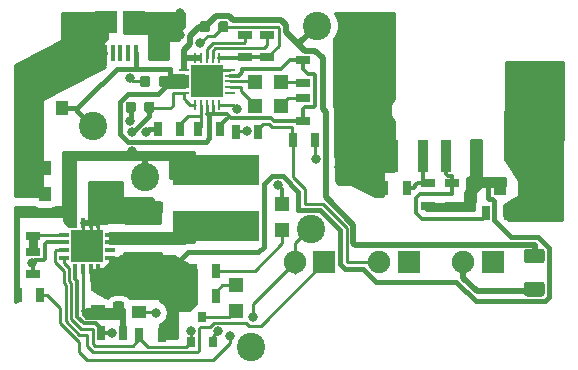
<source format=gtl>
%TF.GenerationSoftware,KiCad,Pcbnew,(5.1.8)-1*%
%TF.CreationDate,2021-04-18T19:42:35-04:00*%
%TF.ProjectId,AndrewPowerbank,416e6472-6577-4506-9f77-657262616e6b,rev?*%
%TF.SameCoordinates,Original*%
%TF.FileFunction,Copper,L1,Top*%
%TF.FilePolarity,Positive*%
%FSLAX46Y46*%
G04 Gerber Fmt 4.6, Leading zero omitted, Abs format (unit mm)*
G04 Created by KiCad (PCBNEW (5.1.8)-1) date 2021-04-18 19:42:35*
%MOMM*%
%LPD*%
G01*
G04 APERTURE LIST*
%TA.AperFunction,SMDPad,CuDef*%
%ADD10R,2.500000X5.000000*%
%TD*%
%TA.AperFunction,SMDPad,CuDef*%
%ADD11R,0.900000X2.800000*%
%TD*%
%TA.AperFunction,ComponentPad*%
%ADD12C,1.900000*%
%TD*%
%TA.AperFunction,ComponentPad*%
%ADD13R,1.900000X1.900000*%
%TD*%
%TA.AperFunction,SMDPad,CuDef*%
%ADD14R,0.700000X1.300000*%
%TD*%
%TA.AperFunction,SMDPad,CuDef*%
%ADD15R,7.315200X2.590800*%
%TD*%
%TA.AperFunction,SMDPad,CuDef*%
%ADD16R,1.300000X0.700000*%
%TD*%
%TA.AperFunction,SMDPad,CuDef*%
%ADD17R,1.000000X1.250000*%
%TD*%
%TA.AperFunction,SMDPad,CuDef*%
%ADD18R,1.250000X1.000000*%
%TD*%
%TA.AperFunction,SMDPad,CuDef*%
%ADD19R,1.200000X1.200000*%
%TD*%
%TA.AperFunction,SMDPad,CuDef*%
%ADD20R,1.900000X1.900000*%
%TD*%
%TA.AperFunction,SMDPad,CuDef*%
%ADD21R,1.450000X1.300000*%
%TD*%
%TA.AperFunction,SMDPad,CuDef*%
%ADD22R,1.600000X1.400000*%
%TD*%
%TA.AperFunction,SMDPad,CuDef*%
%ADD23R,0.400000X1.350000*%
%TD*%
%TA.AperFunction,SMDPad,CuDef*%
%ADD24R,0.800000X0.900000*%
%TD*%
%TA.AperFunction,ComponentPad*%
%ADD25C,2.400000*%
%TD*%
%TA.AperFunction,SMDPad,CuDef*%
%ADD26R,2.700000X2.700000*%
%TD*%
%TA.AperFunction,SMDPad,CuDef*%
%ADD27R,0.810000X0.260000*%
%TD*%
%TA.AperFunction,SMDPad,CuDef*%
%ADD28R,0.260000X0.810000*%
%TD*%
%TA.AperFunction,SMDPad,CuDef*%
%ADD29R,0.340000X0.810000*%
%TD*%
%TA.AperFunction,SMDPad,CuDef*%
%ADD30R,0.810000X0.340000*%
%TD*%
%TA.AperFunction,ViaPad*%
%ADD31C,0.800000*%
%TD*%
%TA.AperFunction,Conductor*%
%ADD32C,0.250000*%
%TD*%
%TA.AperFunction,Conductor*%
%ADD33C,0.340000*%
%TD*%
%TA.AperFunction,Conductor*%
%ADD34C,0.750000*%
%TD*%
%TA.AperFunction,Conductor*%
%ADD35C,0.500000*%
%TD*%
%TA.AperFunction,Conductor*%
%ADD36C,0.400000*%
%TD*%
%TA.AperFunction,Conductor*%
%ADD37C,0.200000*%
%TD*%
%TA.AperFunction,Conductor*%
%ADD38C,0.254000*%
%TD*%
%TA.AperFunction,Conductor*%
%ADD39C,0.100000*%
%TD*%
G04 APERTURE END LIST*
D10*
%TO.P,J3,S2*%
%TO.N,GND*%
X60283520Y-82326280D03*
%TO.P,J3,S1*%
X74783520Y-82326280D03*
D11*
%TO.P,J3,03*%
%TO.N,Net-(J3-Pad03)*%
X66533520Y-84576280D03*
%TO.P,J3,01*%
%TO.N,+5V*%
X71033520Y-84576280D03*
%TO.P,J3,02*%
%TO.N,Net-(J3-Pad02)*%
X68533520Y-84576280D03*
%TO.P,J3,04*%
%TO.N,GND*%
X64033520Y-84576280D03*
%TD*%
D12*
%TO.P,J1,2*%
%TO.N,/10KThermistor*%
X62879600Y-93624400D03*
D13*
%TO.P,J1,1*%
%TO.N,GND*%
X65379600Y-93624400D03*
%TD*%
D14*
%TO.P,R20,2*%
%TO.N,Net-(R20-Pad2)*%
X50739000Y-82562700D03*
%TO.P,R20,1*%
%TO.N,/10KThermistor*%
X52639000Y-82562700D03*
%TD*%
%TO.P,R19,2*%
%TO.N,GND*%
X57454840Y-83281520D03*
%TO.P,R19,1*%
%TO.N,/10KThermistor*%
X55554840Y-83281520D03*
%TD*%
D15*
%TO.P,L1,1*%
%TO.N,Net-(L1-Pad1)*%
X49022000Y-90513400D03*
%TO.P,L1,2*%
%TO.N,+BATT*%
X49022000Y-85813400D03*
%TD*%
D16*
%TO.P,R7,1*%
%TO.N,Net-(R7-Pad1)*%
X33528000Y-91374000D03*
%TO.P,R7,2*%
%TO.N,+BATT*%
X33528000Y-89474000D03*
%TD*%
%TO.P,R13,1*%
%TO.N,Net-(R13-Pad1)*%
X51485800Y-74361000D03*
%TO.P,R13,2*%
%TO.N,GND*%
X51485800Y-76261000D03*
%TD*%
D12*
%TO.P,J5,2*%
%TO.N,Net-(J5-Pad2)*%
X55716800Y-93624400D03*
D13*
%TO.P,J5,1*%
%TO.N,Net-(J5-Pad1)*%
X58216800Y-93624400D03*
%TD*%
D12*
%TO.P,J2,2*%
%TO.N,Net-(F1-Pad1)*%
X69991600Y-93624400D03*
D13*
%TO.P,J2,1*%
%TO.N,GND*%
X72491600Y-93624400D03*
%TD*%
%TO.P,C7,1*%
%TO.N,+BATT*%
%TA.AperFunction,SMDPad,CuDef*%
G36*
G01*
X43838580Y-80238890D02*
X43838580Y-80751390D01*
G75*
G02*
X43619830Y-80970140I-218750J0D01*
G01*
X43182330Y-80970140D01*
G75*
G02*
X42963580Y-80751390I0J218750D01*
G01*
X42963580Y-80238890D01*
G75*
G02*
X43182330Y-80020140I218750J0D01*
G01*
X43619830Y-80020140D01*
G75*
G02*
X43838580Y-80238890I0J-218750D01*
G01*
G37*
%TD.AperFunction*%
%TO.P,C7,2*%
%TO.N,GND*%
%TA.AperFunction,SMDPad,CuDef*%
G36*
G01*
X42263580Y-80238890D02*
X42263580Y-80751390D01*
G75*
G02*
X42044830Y-80970140I-218750J0D01*
G01*
X41607330Y-80970140D01*
G75*
G02*
X41388580Y-80751390I0J218750D01*
G01*
X41388580Y-80238890D01*
G75*
G02*
X41607330Y-80020140I218750J0D01*
G01*
X42044830Y-80020140D01*
G75*
G02*
X42263580Y-80238890I0J-218750D01*
G01*
G37*
%TD.AperFunction*%
%TD*%
D17*
%TO.P,C1,1*%
%TO.N,+5V*%
X73112120Y-87330280D03*
%TO.P,C1,2*%
%TO.N,GND*%
X75112120Y-87330280D03*
%TD*%
%TO.P,C2,2*%
%TO.N,VBUS*%
X36013900Y-80568800D03*
%TO.P,C2,1*%
%TO.N,GND*%
X34013900Y-80568800D03*
%TD*%
%TO.P,C3,1*%
%TO.N,/Battery+*%
%TA.AperFunction,SMDPad,CuDef*%
G36*
G01*
X47649680Y-73928950D02*
X47649680Y-73416450D01*
G75*
G02*
X47868430Y-73197700I218750J0D01*
G01*
X48305930Y-73197700D01*
G75*
G02*
X48524680Y-73416450I0J-218750D01*
G01*
X48524680Y-73928950D01*
G75*
G02*
X48305930Y-74147700I-218750J0D01*
G01*
X47868430Y-74147700D01*
G75*
G02*
X47649680Y-73928950I0J218750D01*
G01*
G37*
%TD.AperFunction*%
%TO.P,C3,2*%
%TO.N,GND*%
%TA.AperFunction,SMDPad,CuDef*%
G36*
G01*
X49224680Y-73928950D02*
X49224680Y-73416450D01*
G75*
G02*
X49443430Y-73197700I218750J0D01*
G01*
X49880930Y-73197700D01*
G75*
G02*
X50099680Y-73416450I0J-218750D01*
G01*
X50099680Y-73928950D01*
G75*
G02*
X49880930Y-74147700I-218750J0D01*
G01*
X49443430Y-74147700D01*
G75*
G02*
X49224680Y-73928950I0J218750D01*
G01*
G37*
%TD.AperFunction*%
%TD*%
%TO.P,C4,2*%
%TO.N,GND*%
X34534600Y-87833200D03*
%TO.P,C4,1*%
%TO.N,+BATT*%
X36534600Y-87833200D03*
%TD*%
%TO.P,C5,2*%
%TO.N,GND*%
%TA.AperFunction,SMDPad,CuDef*%
G36*
G01*
X43477700Y-78051950D02*
X43477700Y-78564450D01*
G75*
G02*
X43258950Y-78783200I-218750J0D01*
G01*
X42821450Y-78783200D01*
G75*
G02*
X42602700Y-78564450I0J218750D01*
G01*
X42602700Y-78051950D01*
G75*
G02*
X42821450Y-77833200I218750J0D01*
G01*
X43258950Y-77833200D01*
G75*
G02*
X43477700Y-78051950I0J-218750D01*
G01*
G37*
%TD.AperFunction*%
%TO.P,C5,1*%
%TO.N,VBUS*%
%TA.AperFunction,SMDPad,CuDef*%
G36*
G01*
X45052700Y-78051950D02*
X45052700Y-78564450D01*
G75*
G02*
X44833950Y-78783200I-218750J0D01*
G01*
X44396450Y-78783200D01*
G75*
G02*
X44177700Y-78564450I0J218750D01*
G01*
X44177700Y-78051950D01*
G75*
G02*
X44396450Y-77833200I218750J0D01*
G01*
X44833950Y-77833200D01*
G75*
G02*
X45052700Y-78051950I0J-218750D01*
G01*
G37*
%TD.AperFunction*%
%TD*%
%TO.P,C6,1*%
%TO.N,+BATT*%
X36560000Y-85674200D03*
%TO.P,C6,2*%
%TO.N,GND*%
X34560000Y-85674200D03*
%TD*%
%TO.P,C8,2*%
%TO.N,Net-(C8-Pad2)*%
%TA.AperFunction,SMDPad,CuDef*%
G36*
G01*
X40536150Y-96920800D02*
X41048650Y-96920800D01*
G75*
G02*
X41267400Y-97139550I0J-218750D01*
G01*
X41267400Y-97577050D01*
G75*
G02*
X41048650Y-97795800I-218750J0D01*
G01*
X40536150Y-97795800D01*
G75*
G02*
X40317400Y-97577050I0J218750D01*
G01*
X40317400Y-97139550D01*
G75*
G02*
X40536150Y-96920800I218750J0D01*
G01*
G37*
%TD.AperFunction*%
%TO.P,C8,1*%
%TO.N,+5V*%
%TA.AperFunction,SMDPad,CuDef*%
G36*
G01*
X40536150Y-95345800D02*
X41048650Y-95345800D01*
G75*
G02*
X41267400Y-95564550I0J-218750D01*
G01*
X41267400Y-96002050D01*
G75*
G02*
X41048650Y-96220800I-218750J0D01*
G01*
X40536150Y-96220800D01*
G75*
G02*
X40317400Y-96002050I0J218750D01*
G01*
X40317400Y-95564550D01*
G75*
G02*
X40536150Y-95345800I218750J0D01*
G01*
G37*
%TD.AperFunction*%
%TD*%
D18*
%TO.P,C9,1*%
%TO.N,+5V*%
X42519600Y-95859600D03*
%TO.P,C9,2*%
%TO.N,GND*%
X42519600Y-97859600D03*
%TD*%
%TO.P,C10,2*%
%TO.N,+5V*%
%TA.AperFunction,SMDPad,CuDef*%
G36*
G01*
X41425198Y-92710200D02*
X44325202Y-92710200D01*
G75*
G02*
X44575200Y-92960198I0J-249998D01*
G01*
X44575200Y-93585202D01*
G75*
G02*
X44325202Y-93835200I-249998J0D01*
G01*
X41425198Y-93835200D01*
G75*
G02*
X41175200Y-93585202I0J249998D01*
G01*
X41175200Y-92960198D01*
G75*
G02*
X41425198Y-92710200I249998J0D01*
G01*
G37*
%TD.AperFunction*%
%TO.P,C10,1*%
%TO.N,GND*%
%TA.AperFunction,SMDPad,CuDef*%
G36*
G01*
X41425198Y-88435200D02*
X44325202Y-88435200D01*
G75*
G02*
X44575200Y-88685198I0J-249998D01*
G01*
X44575200Y-89310202D01*
G75*
G02*
X44325202Y-89560200I-249998J0D01*
G01*
X41425198Y-89560200D01*
G75*
G02*
X41175200Y-89310202I0J249998D01*
G01*
X41175200Y-88685198D01*
G75*
G02*
X41425198Y-88435200I249998J0D01*
G01*
G37*
%TD.AperFunction*%
%TD*%
D19*
%TO.P,D1,2*%
%TO.N,Net-(D1-Pad2)*%
X54541600Y-78333600D03*
%TO.P,D1,1*%
%TO.N,Net-(D1-Pad1)*%
X52341600Y-78333600D03*
%TD*%
%TO.P,D2,2*%
%TO.N,Net-(D2-Pad2)*%
X54528900Y-80352900D03*
%TO.P,D2,1*%
%TO.N,Net-(D2-Pad1)*%
X52328900Y-80352900D03*
%TD*%
%TO.P,D3,1*%
%TO.N,Net-(D3-Pad1)*%
X50698400Y-97747000D03*
%TO.P,D3,2*%
%TO.N,Net-(D3-Pad2)*%
X50698400Y-95547000D03*
%TD*%
%TO.P,D4,1*%
%TO.N,GND*%
X54660800Y-88689000D03*
%TO.P,D4,2*%
%TO.N,Net-(D4-Pad2)*%
X54660800Y-90889000D03*
%TD*%
%TO.P,F1,1*%
%TO.N,Net-(F1-Pad1)*%
%TA.AperFunction,SMDPad,CuDef*%
G36*
G01*
X76621800Y-96513000D02*
X75371800Y-96513000D01*
G75*
G02*
X75121800Y-96263000I0J250000D01*
G01*
X75121800Y-95513000D01*
G75*
G02*
X75371800Y-95263000I250000J0D01*
G01*
X76621800Y-95263000D01*
G75*
G02*
X76871800Y-95513000I0J-250000D01*
G01*
X76871800Y-96263000D01*
G75*
G02*
X76621800Y-96513000I-250000J0D01*
G01*
G37*
%TD.AperFunction*%
%TO.P,F1,2*%
%TO.N,/Battery+*%
%TA.AperFunction,SMDPad,CuDef*%
G36*
G01*
X76621800Y-93713000D02*
X75371800Y-93713000D01*
G75*
G02*
X75121800Y-93463000I0J250000D01*
G01*
X75121800Y-92713000D01*
G75*
G02*
X75371800Y-92463000I250000J0D01*
G01*
X76621800Y-92463000D01*
G75*
G02*
X76871800Y-92713000I0J-250000D01*
G01*
X76871800Y-93463000D01*
G75*
G02*
X76621800Y-93713000I-250000J0D01*
G01*
G37*
%TD.AperFunction*%
%TD*%
D20*
%TO.P,J4,11*%
%TO.N,GND*%
X39744800Y-73253600D03*
%TO.P,J4,10*%
X42144800Y-73253600D03*
D21*
%TO.P,J4,9*%
X44369800Y-73253600D03*
%TO.P,J4,8*%
X37519800Y-73253600D03*
D22*
%TO.P,J4,7*%
X37744800Y-75703600D03*
%TO.P,J4,6*%
X44144800Y-75703600D03*
D23*
%TO.P,J4,5*%
X39644800Y-75928600D03*
%TO.P,J4,4*%
%TO.N,Net-(J4-Pad4)*%
X40294800Y-75928600D03*
%TO.P,J4,3*%
%TO.N,Net-(J4-Pad3)*%
X40944800Y-75928600D03*
%TO.P,J4,2*%
%TO.N,Net-(J4-Pad2)*%
X41594800Y-75928600D03*
%TO.P,J4,1*%
%TO.N,VBUS*%
X42244800Y-75928600D03*
%TD*%
D24*
%TO.P,Q1,1*%
%TO.N,Net-(Q1-Pad1)*%
X46903600Y-100364000D03*
%TO.P,Q1,2*%
%TO.N,GND*%
X48803600Y-100364000D03*
%TO.P,Q1,3*%
%TO.N,Net-(D3-Pad1)*%
X47853600Y-98264000D03*
%TD*%
D16*
%TO.P,R1,2*%
%TO.N,Net-(J3-Pad03)*%
X67000120Y-86913680D03*
%TO.P,R1,1*%
%TO.N,+5V*%
X67000120Y-88813680D03*
%TD*%
D14*
%TO.P,R2,1*%
%TO.N,Net-(J3-Pad03)*%
X65206920Y-87330280D03*
%TO.P,R2,2*%
%TO.N,GND*%
X63306920Y-87330280D03*
%TD*%
D16*
%TO.P,R3,2*%
%TO.N,+5V*%
X69006720Y-88813680D03*
%TO.P,R3,1*%
%TO.N,Net-(J3-Pad02)*%
X69006720Y-86913680D03*
%TD*%
D14*
%TO.P,R4,1*%
%TO.N,GND*%
X73766720Y-89438480D03*
%TO.P,R4,2*%
%TO.N,Net-(J3-Pad02)*%
X71866720Y-89438480D03*
%TD*%
%TO.P,R5,2*%
%TO.N,VBUS*%
X49425900Y-82372200D03*
%TO.P,R5,1*%
%TO.N,Net-(R5-Pad1)*%
X47525900Y-82372200D03*
%TD*%
%TO.P,R6,1*%
%TO.N,GND*%
X44114720Y-82362040D03*
%TO.P,R6,2*%
%TO.N,Net-(R5-Pad1)*%
X46014720Y-82362040D03*
%TD*%
D16*
%TO.P,R8,2*%
%TO.N,GND*%
X33528000Y-94625200D03*
%TO.P,R8,1*%
%TO.N,Net-(R7-Pad1)*%
X33528000Y-92725200D03*
%TD*%
D14*
%TO.P,R9,1*%
%TO.N,Net-(J5-Pad2)*%
X34173200Y-96393000D03*
%TO.P,R9,2*%
%TO.N,+BATT*%
X32273200Y-96393000D03*
%TD*%
D16*
%TO.P,R10,1*%
%TO.N,Net-(R10-Pad1)*%
X53403500Y-74361000D03*
%TO.P,R10,2*%
%TO.N,GND*%
X53403500Y-76261000D03*
%TD*%
%TO.P,R11,2*%
%TO.N,Net-(D1-Pad2)*%
X56426100Y-78394600D03*
%TO.P,R11,1*%
%TO.N,VBUS*%
X56426100Y-76494600D03*
%TD*%
%TO.P,R12,2*%
%TO.N,Net-(D2-Pad2)*%
X56413400Y-79745800D03*
%TO.P,R12,1*%
%TO.N,VBUS*%
X56413400Y-81645800D03*
%TD*%
%TO.P,R14,2*%
%TO.N,Net-(C8-Pad2)*%
X39014400Y-97571600D03*
%TO.P,R14,1*%
%TO.N,+5V*%
X39014400Y-95671600D03*
%TD*%
D14*
%TO.P,R15,2*%
%TO.N,Net-(C8-Pad2)*%
X41183600Y-99618800D03*
%TO.P,R15,1*%
%TO.N,GND*%
X39283600Y-99618800D03*
%TD*%
%TO.P,R16,1*%
%TO.N,+5V*%
X47106800Y-96469200D03*
%TO.P,R16,2*%
%TO.N,Net-(D3-Pad2)*%
X49006800Y-96469200D03*
%TD*%
%TO.P,R17,1*%
%TO.N,+5V*%
X44460200Y-99771200D03*
%TO.P,R17,2*%
%TO.N,Net-(Q1-Pad1)*%
X42560200Y-99771200D03*
%TD*%
%TO.P,R18,2*%
%TO.N,Net-(D4-Pad2)*%
X49006800Y-94335600D03*
%TO.P,R18,1*%
%TO.N,+5V*%
X47106800Y-94335600D03*
%TD*%
D25*
%TO.P,TP1,1*%
%TO.N,VBUS*%
X38623240Y-82113120D03*
%TD*%
%TO.P,TP2,1*%
%TO.N,/Battery+*%
X57594500Y-73571100D03*
%TD*%
%TO.P,TP3,1*%
%TO.N,+BATT*%
X43014900Y-86372700D03*
%TD*%
%TO.P,TP4,1*%
%TO.N,Net-(J5-Pad2)*%
X57099200Y-90792300D03*
%TD*%
%TO.P,TP5,1*%
%TO.N,Net-(Q1-Pad1)*%
X52044600Y-100787200D03*
%TD*%
D26*
%TO.P,U1,21*%
%TO.N,Net-(U1-Pad10)*%
X48260000Y-78308200D03*
D27*
%TO.P,U1,20*%
%TO.N,+BATT*%
X46305000Y-79308200D03*
%TO.P,U1,19*%
%TO.N,VBUS*%
X46305000Y-78808200D03*
%TO.P,U1,18*%
X46305000Y-78308200D03*
%TO.P,U1,17*%
X46305000Y-77808200D03*
%TO.P,U1,16*%
%TO.N,/Battery+*%
X46305000Y-77308200D03*
D28*
%TO.P,U1,15*%
X47260000Y-76353200D03*
%TO.P,U1,14*%
X47760000Y-76353200D03*
%TO.P,U1,13*%
%TO.N,Net-(R13-Pad1)*%
X48260000Y-76353200D03*
%TO.P,U1,12*%
%TO.N,Net-(R10-Pad1)*%
X48760000Y-76353200D03*
%TO.P,U1,11*%
%TO.N,GND*%
X49260000Y-76353200D03*
D27*
%TO.P,U1,10*%
%TO.N,Net-(U1-Pad10)*%
X50215000Y-77308200D03*
%TO.P,U1,9*%
%TO.N,VBUS*%
X50215000Y-77808200D03*
%TO.P,U1,8*%
%TO.N,Net-(D1-Pad1)*%
X50215000Y-78308200D03*
%TO.P,U1,7*%
%TO.N,Net-(D2-Pad1)*%
X50215000Y-78808200D03*
%TO.P,U1,6*%
%TO.N,Net-(U1-Pad6)*%
X50215000Y-79308200D03*
D28*
%TO.P,U1,5*%
%TO.N,Net-(R20-Pad2)*%
X49260000Y-80263200D03*
%TO.P,U1,4*%
%TO.N,VBUS*%
X48760000Y-80263200D03*
%TO.P,U1,3*%
X48260000Y-80263200D03*
%TO.P,U1,2*%
%TO.N,Net-(R5-Pad1)*%
X47760000Y-80263200D03*
%TO.P,U1,1*%
%TO.N,+BATT*%
X47260000Y-80263200D03*
%TD*%
D26*
%TO.P,U2,17*%
%TO.N,GND*%
X38100000Y-92252800D03*
D29*
%TO.P,U2,16*%
%TO.N,+5V*%
X39075000Y-94207800D03*
%TO.P,U2,15*%
X38425000Y-94207800D03*
%TO.P,U2,14*%
%TO.N,Net-(C8-Pad2)*%
X37775000Y-94207800D03*
%TO.P,U2,13*%
%TO.N,GND*%
X37125000Y-94207800D03*
D30*
%TO.P,U2,12*%
%TO.N,Net-(Q1-Pad1)*%
X36145000Y-93227800D03*
%TO.P,U2,11*%
%TO.N,Net-(J5-Pad1)*%
X36145000Y-92577800D03*
%TO.P,U2,10*%
%TO.N,GND*%
X36145000Y-91927800D03*
%TO.P,U2,9*%
%TO.N,Net-(R7-Pad1)*%
X36145000Y-91277800D03*
D29*
%TO.P,U2,8*%
%TO.N,+BATT*%
X37125000Y-90297800D03*
%TO.P,U2,7*%
%TO.N,GND*%
X37775000Y-90297800D03*
%TO.P,U2,6*%
X38425000Y-90297800D03*
%TO.P,U2,5*%
X39075000Y-90297800D03*
D30*
%TO.P,U2,4*%
%TO.N,Net-(L1-Pad1)*%
X40055000Y-91277800D03*
%TO.P,U2,3*%
X40055000Y-91927800D03*
%TO.P,U2,2*%
%TO.N,N/C*%
X40055000Y-92577800D03*
%TO.P,U2,1*%
%TO.N,+5V*%
X40055000Y-93227800D03*
%TD*%
D31*
%TO.N,GND*%
X35915600Y-76784200D03*
X35915600Y-75666600D03*
X61742320Y-86822280D03*
X40233600Y-99618800D03*
X32689800Y-87579200D03*
X32689800Y-85521800D03*
X45961300Y-74409300D03*
X45961300Y-72504300D03*
X45961300Y-73469500D03*
X62783720Y-80370680D03*
X63672720Y-82301080D03*
X77566520Y-80980280D03*
X77617320Y-87177880D03*
X77617320Y-89336880D03*
X33502600Y-93675202D03*
X54305200Y-87096600D03*
X43942000Y-97891600D03*
X49199800Y-99454800D03*
X41757127Y-78011400D03*
X57472843Y-84881720D03*
X59441080Y-85509100D03*
X32788860Y-80566260D03*
X47714169Y-75084616D03*
X41798240Y-81627980D03*
X43133727Y-82607867D03*
X39075000Y-87620200D03*
%TO.N,+BATT*%
X41920696Y-82622201D03*
X41924539Y-84222201D03*
%TO.N,Net-(Q1-Pad1)*%
X46903601Y-99415600D03*
%TO.N,Net-(J5-Pad2)*%
X50241200Y-99847400D03*
X52171600Y-98258800D03*
%TO.N,Net-(R20-Pad2)*%
X50850800Y-80653701D03*
X51688998Y-82461100D03*
%TD*%
D32*
%TO.N,+5V*%
X39075000Y-95417900D02*
X38862000Y-95630900D01*
X39075000Y-94207800D02*
X39075000Y-95417900D01*
X38425000Y-95193900D02*
X38862000Y-95630900D01*
X38425000Y-94207800D02*
X38425000Y-95193900D01*
X39495000Y-94207800D02*
X39075000Y-94207800D01*
X40055000Y-93647800D02*
X39495000Y-94207800D01*
X40055000Y-93227800D02*
X40055000Y-93647800D01*
X40055000Y-93227800D02*
X40935000Y-93227800D01*
X40055000Y-93227800D02*
X40055000Y-94157000D01*
X40055000Y-94157000D02*
X40690800Y-94792800D01*
X40690800Y-94792800D02*
X40894000Y-94792800D01*
D33*
X40979900Y-93272700D02*
X40935000Y-93227800D01*
X43230800Y-93272700D02*
X40979900Y-93272700D01*
X40894000Y-94792800D02*
X41452800Y-94792800D01*
X40894000Y-95681700D02*
X40792400Y-95783300D01*
X40894000Y-94792800D02*
X40894000Y-95681700D01*
D32*
X47106800Y-97028000D02*
X46986100Y-97028000D01*
D33*
X40979900Y-93272700D02*
X40979900Y-94396100D01*
D32*
X43230800Y-93272700D02*
X41736100Y-93272700D01*
X41736100Y-93272700D02*
X41554400Y-93091000D01*
X41071800Y-93091000D02*
X40935000Y-93227800D01*
X41554400Y-93091000D02*
X41071800Y-93091000D01*
X43230800Y-93272700D02*
X44700100Y-93272700D01*
X44700100Y-93272700D02*
X44881800Y-93091000D01*
X44881800Y-93091000D02*
X45466000Y-93091000D01*
D34*
X71033520Y-86563080D02*
X71033520Y-84576280D01*
X71200520Y-86730080D02*
X71033520Y-86563080D01*
D33*
X73112120Y-87330280D02*
X73112120Y-87066880D01*
X73112120Y-87066880D02*
X72608320Y-86563080D01*
D35*
X45694600Y-94462600D02*
X45694600Y-93497400D01*
X45694600Y-93497400D02*
X45948600Y-93497400D01*
D33*
X71033520Y-84576280D02*
X71033520Y-83718280D01*
D35*
X71033520Y-84576280D02*
X71033520Y-86763980D01*
D33*
X72608320Y-86563080D02*
X72108180Y-86563080D01*
X72108180Y-86563080D02*
X71033520Y-86563080D01*
D36*
X56019501Y-87626899D02*
X54689201Y-86296599D01*
X56019501Y-89192299D02*
X56019501Y-87626899D01*
X57867201Y-89192299D02*
X56019501Y-89192299D01*
X53079601Y-92309999D02*
X52641500Y-92748100D01*
X54689201Y-86296599D02*
X53797101Y-86296599D01*
X59575700Y-90900798D02*
X57867201Y-89192299D01*
X46697900Y-92748100D02*
X45948600Y-93497400D01*
X59575700Y-93776800D02*
X59575700Y-90900798D01*
X59948309Y-94149409D02*
X59575700Y-93776800D01*
X61477389Y-94149409D02*
X59948309Y-94149409D01*
X72108180Y-86563080D02*
X72108180Y-88199080D01*
X72108180Y-88199080D02*
X72184260Y-88275160D01*
X72184260Y-88275160D02*
X72423402Y-88275160D01*
X52641500Y-92748100D02*
X46697900Y-92748100D01*
X72616721Y-90051281D02*
X74053930Y-91488490D01*
X72423402Y-88275160D02*
X72616721Y-88468479D01*
X53079601Y-87014099D02*
X53079601Y-92309999D01*
X72616721Y-88468479D02*
X72616721Y-90051281D01*
X74053930Y-91488490D02*
X76329542Y-91488490D01*
X76329542Y-91488490D02*
X77271810Y-92430758D01*
X62570360Y-95242380D02*
X61477389Y-94149409D01*
X77271810Y-92430758D02*
X77271810Y-96532246D01*
X53797101Y-86296599D02*
X53079601Y-87014099D01*
X76891046Y-96913010D02*
X71017456Y-96913010D01*
X77271810Y-96532246D02*
X76891046Y-96913010D01*
X71017456Y-96913010D02*
X69346826Y-95242380D01*
X69346826Y-95242380D02*
X62570360Y-95242380D01*
D32*
%TO.N,GND*%
X38425000Y-90297800D02*
X38425000Y-87355800D01*
X39075000Y-87620200D02*
X39075000Y-87620200D01*
X39075000Y-90297800D02*
X39075000Y-87620200D01*
X37125000Y-93227800D02*
X38100000Y-92252800D01*
X38100000Y-92252800D02*
X38100000Y-91694000D01*
X38100000Y-91694000D02*
X38425000Y-91369000D01*
D35*
X64033520Y-84576280D02*
X62159520Y-84576280D01*
X62159520Y-84576280D02*
X62159520Y-82515080D01*
X61970720Y-82326280D02*
X60283520Y-82326280D01*
X62159520Y-82515080D02*
X61970720Y-82326280D01*
D32*
X44144800Y-73478600D02*
X44369800Y-73253600D01*
X37519800Y-75478600D02*
X37744800Y-75703600D01*
D34*
X37519800Y-73253600D02*
X37519800Y-75478600D01*
D32*
X37969800Y-75928600D02*
X37744800Y-75703600D01*
D34*
X39470200Y-75928600D02*
X37795200Y-75928600D01*
D32*
X37744800Y-77063200D02*
X36525200Y-78282800D01*
X37744800Y-75703600D02*
X37744800Y-77063200D01*
X39644800Y-75928600D02*
X39644800Y-76941200D01*
X39086000Y-76941200D02*
X39196800Y-76941200D01*
X39086000Y-76941200D02*
X38730400Y-76941200D01*
X39492400Y-76941200D02*
X39166800Y-77266800D01*
X39644800Y-76941200D02*
X39492400Y-76941200D01*
X39492400Y-76941200D02*
X39086000Y-76941200D01*
X64033520Y-84576280D02*
X62972320Y-84576280D01*
X62453520Y-85095080D02*
X62453520Y-85349080D01*
X62972320Y-84576280D02*
X62453520Y-85095080D01*
X39075000Y-91277800D02*
X38100000Y-92252800D01*
X39075000Y-90297800D02*
X39075000Y-91277800D01*
X38425000Y-91927800D02*
X38100000Y-92252800D01*
X38425000Y-90297800D02*
X38425000Y-91927800D01*
X37775000Y-91927800D02*
X38100000Y-92252800D01*
X37775000Y-90297800D02*
X37775000Y-91927800D01*
D33*
X43230800Y-88997700D02*
X40382100Y-88997700D01*
X39776400Y-88392000D02*
X39776400Y-86918800D01*
X40382100Y-88997700D02*
X39776400Y-88392000D01*
D34*
X74783520Y-82326280D02*
X74783520Y-83302680D01*
X74783520Y-82326280D02*
X74783520Y-83404280D01*
D32*
X39075000Y-90297800D02*
X39801000Y-90297800D01*
D35*
X37775000Y-90297800D02*
X39075000Y-90297800D01*
D33*
X39075000Y-88534600D02*
X40690800Y-86918800D01*
X39075000Y-90297800D02*
X39075000Y-88534600D01*
D35*
X62453520Y-86476880D02*
X63306920Y-87330280D01*
X62453520Y-85349080D02*
X62453520Y-86476880D01*
D33*
X39283600Y-99618800D02*
X40233600Y-99618800D01*
D32*
X39446200Y-99502000D02*
X39227800Y-99720400D01*
D35*
X42519600Y-97859600D02*
X42475400Y-97859600D01*
D33*
X33883600Y-94625200D02*
X33538200Y-94625200D01*
X33538200Y-94625200D02*
X33375600Y-94462600D01*
X33528000Y-93700602D02*
X33502600Y-93675202D01*
X33528000Y-94625200D02*
X33528000Y-93700602D01*
X33732601Y-93445201D02*
X33502600Y-93675202D01*
X34474001Y-93445201D02*
X33732601Y-93445201D01*
X34548001Y-93371201D02*
X34474001Y-93445201D01*
X34548001Y-92096399D02*
X34548001Y-93371201D01*
X34716600Y-91927800D02*
X34548001Y-92096399D01*
X36145000Y-91927800D02*
X34716600Y-91927800D01*
X42519600Y-97859600D02*
X42500800Y-97859600D01*
X54660800Y-87452200D02*
X54305200Y-87096600D01*
X54660800Y-88689000D02*
X54660800Y-87452200D01*
X39283600Y-99405400D02*
X39283600Y-99618800D01*
X42519600Y-97859600D02*
X42373800Y-97859600D01*
D32*
X43910000Y-97859600D02*
X43942000Y-97891600D01*
X42519600Y-97859600D02*
X43910000Y-97859600D01*
D33*
X39283600Y-99227600D02*
X39283600Y-99618800D01*
X38849010Y-98793010D02*
X39283600Y-99227600D01*
X37844161Y-98793010D02*
X38849010Y-98793010D01*
X37125000Y-95011601D02*
X37279990Y-95166591D01*
X37259790Y-98208639D02*
X37844161Y-98793010D01*
X37259790Y-95186791D02*
X37259790Y-98208639D01*
X37279990Y-95166591D02*
X37259790Y-95186791D01*
X37125000Y-94207800D02*
X37125000Y-95011601D01*
D32*
X48803600Y-99851000D02*
X49199800Y-99454800D01*
X48803600Y-100364000D02*
X48803600Y-99851000D01*
D34*
X32842200Y-85674200D02*
X32689800Y-85521800D01*
X34560000Y-85674200D02*
X32842200Y-85674200D01*
D32*
X32943800Y-87833200D02*
X32689800Y-87579200D01*
X34534600Y-87833200D02*
X32943800Y-87833200D01*
X37707800Y-75666600D02*
X37744800Y-75703600D01*
X35915600Y-75666600D02*
X37707800Y-75666600D01*
X36525200Y-78282800D02*
X35052000Y-78282800D01*
X34013900Y-79320900D02*
X34013900Y-80568800D01*
X35052000Y-78282800D02*
X34013900Y-79320900D01*
D33*
X51393600Y-76353200D02*
X51485800Y-76261000D01*
X49260000Y-76353200D02*
X51393600Y-76353200D01*
X51485800Y-76261000D02*
X53403500Y-76261000D01*
D32*
X53403500Y-76261000D02*
X54378501Y-75285999D01*
X54378501Y-73750999D02*
X54313501Y-73685999D01*
X54313501Y-73685999D02*
X50072961Y-73685999D01*
X54378501Y-75285999D02*
X54378501Y-73750999D01*
X57454840Y-83281520D02*
X57454840Y-84475280D01*
X44114720Y-82362040D02*
X44114720Y-81970880D01*
X42053927Y-78308200D02*
X41757127Y-78011400D01*
X43040200Y-78308200D02*
X42053927Y-78308200D01*
X57454840Y-84863717D02*
X57472843Y-84881720D01*
X57454840Y-84475280D02*
X57454840Y-84863717D01*
X45961300Y-72504300D02*
X45961300Y-73469500D01*
X48326075Y-74472710D02*
X47714169Y-75084616D01*
X48862170Y-74472710D02*
X48326075Y-74472710D01*
X49662180Y-73672700D02*
X48862170Y-74472710D01*
D36*
X43379554Y-82362040D02*
X43133727Y-82607867D01*
X44114720Y-82362040D02*
X43379554Y-82362040D01*
X41826080Y-81600140D02*
X41798240Y-81627980D01*
X41826080Y-80495140D02*
X41826080Y-81600140D01*
D32*
X39075000Y-87620200D02*
X39776400Y-86918800D01*
%TO.N,VBUS*%
X45516800Y-78701900D02*
X45986700Y-78701900D01*
X45173900Y-78714600D02*
X45643800Y-78714600D01*
X48760000Y-80263200D02*
X48760000Y-81059400D01*
X48260000Y-80263200D02*
X48260000Y-81051400D01*
D36*
X42244800Y-75928600D02*
X42244800Y-77211400D01*
D33*
X46305000Y-78808200D02*
X46305000Y-78308200D01*
X46305000Y-78308200D02*
X46305000Y-77808200D01*
D36*
X42244800Y-77211400D02*
X40644600Y-77211400D01*
X37287200Y-80568800D02*
X36013900Y-80568800D01*
X40644600Y-77211400D02*
X38042850Y-79813150D01*
X42244800Y-77211400D02*
X45143900Y-77211400D01*
D33*
X51231800Y-77536400D02*
X51231800Y-77279500D01*
X50960000Y-77808200D02*
X51231800Y-77536400D01*
X50215000Y-77808200D02*
X50960000Y-77808200D01*
X49949100Y-81051400D02*
X48752000Y-81051400D01*
X50203100Y-81305400D02*
X50126900Y-81305400D01*
X50203100Y-81305400D02*
X49949100Y-81051400D01*
X49425900Y-82006400D02*
X49425900Y-82372200D01*
X50126900Y-81305400D02*
X49425900Y-82006400D01*
X56426100Y-77292200D02*
X56808499Y-77674599D01*
X56426100Y-76494600D02*
X56426100Y-77292200D01*
X57446101Y-80379101D02*
X57359401Y-80465801D01*
X57446101Y-77748599D02*
X57446101Y-80379101D01*
X57372101Y-77674599D02*
X57446101Y-77748599D01*
X56808499Y-77674599D02*
X57372101Y-77674599D01*
X57359401Y-80465801D02*
X56579899Y-80465801D01*
X56413400Y-80632300D02*
X56413400Y-81645800D01*
X56579899Y-80465801D02*
X56413400Y-80632300D01*
X50321401Y-81423701D02*
X50203100Y-81305400D01*
X53733699Y-81423701D02*
X50321401Y-81423701D01*
X53955798Y-81645800D02*
X53733699Y-81423701D01*
X56413400Y-81645800D02*
X53955798Y-81645800D01*
D32*
X45115200Y-77808200D02*
X44615200Y-78308200D01*
X46305000Y-77808200D02*
X45115200Y-77808200D01*
X45115200Y-78808200D02*
X44615200Y-78308200D01*
X46462100Y-78651100D02*
X46305000Y-78808200D01*
X46584999Y-78651100D02*
X46462100Y-78651100D01*
X46584999Y-77966699D02*
X46584999Y-78651100D01*
X46426500Y-77808200D02*
X46584999Y-77966699D01*
X46305000Y-77808200D02*
X46426500Y-77808200D01*
D33*
X51231800Y-77279500D02*
X54521100Y-77279500D01*
X55306000Y-76494600D02*
X56426100Y-76494600D01*
X54521100Y-77279500D02*
X55306000Y-76494600D01*
D36*
X45143900Y-78087700D02*
X45364400Y-78308200D01*
D34*
X45364400Y-78308200D02*
X46305000Y-78308200D01*
X44615200Y-78308200D02*
X45364400Y-78308200D01*
D33*
X48260000Y-81051400D02*
X48488600Y-81051400D01*
X48488600Y-81051400D02*
X48752000Y-81051400D01*
D36*
X45222160Y-78308200D02*
X45364400Y-78308200D01*
D33*
X45115200Y-78808200D02*
X46305000Y-78808200D01*
X44722160Y-78808200D02*
X44429680Y-79100680D01*
D36*
X44429680Y-79100680D02*
X45222160Y-78308200D01*
D33*
X45115200Y-78808200D02*
X44722160Y-78808200D01*
X46025500Y-78087700D02*
X46305000Y-77808200D01*
X45143900Y-78087700D02*
X46025500Y-78087700D01*
X45240520Y-77808200D02*
X45143900Y-77904820D01*
X46305000Y-77808200D02*
X45240520Y-77808200D01*
D36*
X45143900Y-77904820D02*
X45143900Y-78087700D01*
X45143900Y-77211400D02*
X45143900Y-77904820D01*
X38042850Y-79813150D02*
X37287200Y-80568800D01*
X37287200Y-80777080D02*
X38623240Y-82113120D01*
X37287200Y-80568800D02*
X37287200Y-80777080D01*
X44170600Y-79359760D02*
X44429680Y-79100680D01*
X40891460Y-82740500D02*
X40891460Y-80079700D01*
X40891460Y-80079700D02*
X41611400Y-79359760D01*
X41573161Y-83422201D02*
X40891460Y-82740500D01*
X48195901Y-83422201D02*
X41573161Y-83422201D01*
X48488600Y-83129502D02*
X48195901Y-83422201D01*
X41611400Y-79359760D02*
X44170600Y-79359760D01*
X48488600Y-81051400D02*
X48488600Y-83129502D01*
D35*
%TO.N,/Battery+*%
X47591600Y-76352400D02*
X47091600Y-76352400D01*
X46880000Y-76353200D02*
X47260000Y-76353200D01*
X46304200Y-76354000D02*
X46305000Y-76353200D01*
X46305000Y-76353200D02*
X46880000Y-76353200D01*
X46304200Y-77164200D02*
X46304200Y-76354000D01*
X75996800Y-93088000D02*
X76060300Y-93024500D01*
X76060300Y-92138500D02*
X60799980Y-92138500D01*
X76060300Y-93024500D02*
X76060300Y-92138500D01*
X60799980Y-92138500D02*
X60675718Y-92014238D01*
X58322843Y-80888203D02*
X58066111Y-80631471D01*
X60675718Y-92014238D02*
X60675717Y-90445153D01*
X58322843Y-88092279D02*
X58322843Y-80888203D01*
X60675717Y-90445153D02*
X58322843Y-88092279D01*
X58066111Y-80631471D02*
X58066111Y-76324609D01*
X58066111Y-76324609D02*
X57436101Y-75694599D01*
X57436101Y-75694599D02*
X56547101Y-75694599D01*
X57594500Y-73571100D02*
X56026831Y-75138769D01*
X56026831Y-75138769D02*
X56026831Y-75174329D01*
X56547101Y-75694599D02*
X56026831Y-75174329D01*
X56026831Y-75174329D02*
X56026831Y-75168271D01*
X56026831Y-75168271D02*
X54953511Y-74094951D01*
X54953511Y-73512823D02*
X54551677Y-73110989D01*
X54953511Y-74094951D02*
X54953511Y-73512823D01*
X46304200Y-75674220D02*
X46304200Y-76354000D01*
X49012190Y-72747690D02*
X48087180Y-73672700D01*
X50157942Y-72747690D02*
X49012190Y-72747690D01*
X50521241Y-73110989D02*
X50157942Y-72747690D01*
X54551677Y-73110989D02*
X50521241Y-73110989D01*
X46811301Y-75167119D02*
X46304200Y-75674220D01*
X46811301Y-74438139D02*
X46811301Y-75167119D01*
X47576740Y-73672700D02*
X46811301Y-74438139D01*
X48087180Y-73672700D02*
X47576740Y-73672700D01*
D33*
%TO.N,+BATT*%
X43604080Y-80543400D02*
X43604080Y-80594300D01*
D32*
X37074200Y-90424800D02*
X37074200Y-89576000D01*
D35*
X43027600Y-84607400D02*
X43027600Y-86207600D01*
D32*
X43027600Y-84607400D02*
X42285920Y-84607400D01*
X49022000Y-85813400D02*
X48505880Y-85813400D01*
X48505880Y-85813400D02*
X47189390Y-84496910D01*
X42175430Y-84496910D02*
X41973500Y-84294980D01*
X42285920Y-84607400D02*
X42175430Y-84496910D01*
X46880000Y-80263200D02*
X47260000Y-80263200D01*
X46305000Y-79308200D02*
X46305000Y-79688200D01*
X46305000Y-79688200D02*
X46541700Y-79924900D01*
X46541700Y-79924900D02*
X46880000Y-80263200D01*
X46305000Y-79308200D02*
X45371245Y-79308200D01*
X45371245Y-80351235D02*
X45179080Y-80543400D01*
X45371245Y-79308200D02*
X45371245Y-80351235D01*
X43449340Y-80543400D02*
X43401080Y-80495140D01*
X45179080Y-80543400D02*
X43449340Y-80543400D01*
D36*
X41988021Y-82622201D02*
X41920696Y-82622201D01*
X43401080Y-81209142D02*
X41988021Y-82622201D01*
X43401080Y-80495140D02*
X43401080Y-81209142D01*
X42199248Y-84496910D02*
X42548810Y-84496910D01*
X41924539Y-84222201D02*
X42199248Y-84496910D01*
D32*
X42548810Y-84496910D02*
X42175430Y-84496910D01*
X47189390Y-84496910D02*
X42548810Y-84496910D01*
D35*
X36329620Y-89552780D02*
X36896040Y-90119200D01*
D32*
X36329620Y-89552780D02*
X36329620Y-89347040D01*
D35*
X36329620Y-89552780D02*
X36329620Y-90022680D01*
D32*
X36149280Y-89707720D02*
X36149280Y-90098880D01*
X36329620Y-89552780D02*
X36304220Y-89552780D01*
X36304220Y-89552780D02*
X36149280Y-89707720D01*
X36896040Y-90119200D02*
X36616640Y-90119200D01*
X36149280Y-90098880D02*
X36393120Y-90342720D01*
X36926520Y-90496280D02*
X37125000Y-90297800D01*
X36926520Y-90577799D02*
X36926520Y-90496280D01*
X36628199Y-90577799D02*
X36926520Y-90577799D01*
X36393120Y-90342720D02*
X36628199Y-90577799D01*
X36578411Y-90229690D02*
X36926520Y-90577799D01*
X36506150Y-90229690D02*
X36578411Y-90229690D01*
X36616640Y-90119200D02*
X36506150Y-90229690D01*
X36506150Y-90229690D02*
X36393120Y-90342720D01*
%TO.N,Net-(C8-Pad2)*%
X37775000Y-94207800D02*
X37775000Y-97769800D01*
X37775000Y-97769800D02*
X37754800Y-97790000D01*
X38816200Y-97769800D02*
X39014400Y-97571600D01*
X40792400Y-97358300D02*
X40792400Y-98044000D01*
X40792400Y-98044000D02*
X40538400Y-98298000D01*
X40538400Y-98298000D02*
X38049200Y-98298000D01*
X37754800Y-98003600D02*
X37754800Y-97790000D01*
X38049200Y-98298000D02*
X37754800Y-98003600D01*
D35*
X41183600Y-99618800D02*
X41183600Y-98181200D01*
D32*
X41183600Y-97749500D02*
X40792400Y-97358300D01*
X41183600Y-98181200D02*
X41183600Y-97749500D01*
D35*
X38176200Y-98044000D02*
X37902000Y-97769800D01*
X38709600Y-98044000D02*
X38176200Y-98044000D01*
X40142200Y-98028800D02*
X38724800Y-98028800D01*
D32*
X37902000Y-97769800D02*
X38816200Y-97769800D01*
D35*
X38724800Y-98028800D02*
X38709600Y-98044000D01*
D32*
X37775000Y-97769800D02*
X37902000Y-97769800D01*
D33*
%TO.N,Net-(D1-Pad2)*%
X56149200Y-78333600D02*
X56212700Y-78270100D01*
D32*
X56365100Y-78333600D02*
X56426100Y-78394600D01*
X54541600Y-78333600D02*
X56365100Y-78333600D01*
%TO.N,Net-(D1-Pad1)*%
X52316200Y-78308200D02*
X52341600Y-78333600D01*
X50215000Y-78308200D02*
X52316200Y-78308200D01*
%TO.N,Net-(D2-Pad2)*%
X54528900Y-80352900D02*
X54528900Y-80332400D01*
X55115500Y-79745800D02*
X56413400Y-79745800D01*
X54528900Y-80332400D02*
X55115500Y-79745800D01*
%TO.N,Net-(D2-Pad1)*%
X50215000Y-78808200D02*
X51134900Y-78808200D01*
X51134900Y-78808200D02*
X51134900Y-79113000D01*
X52328900Y-80307000D02*
X52328900Y-80352900D01*
X51134900Y-79113000D02*
X52328900Y-80307000D01*
%TO.N,Net-(D3-Pad1)*%
X50181400Y-98264000D02*
X50698400Y-97747000D01*
X47853600Y-98264000D02*
X50181400Y-98264000D01*
%TO.N,Net-(D3-Pad2)*%
X50698400Y-95547000D02*
X49563200Y-95547000D01*
X49006800Y-96103400D02*
X49006800Y-96469200D01*
X49563200Y-95547000D02*
X49006800Y-96103400D01*
%TO.N,Net-(D4-Pad2)*%
X48996600Y-94325400D02*
X49006800Y-94335600D01*
X54660800Y-92024200D02*
X54660800Y-90889000D01*
X52349400Y-94335600D02*
X54660800Y-92024200D01*
X49006800Y-94335600D02*
X52349400Y-94335600D01*
D35*
%TO.N,Net-(F1-Pad1)*%
X75796600Y-96088200D02*
X75996800Y-95888000D01*
X71111898Y-96088200D02*
X75796600Y-96088200D01*
X69991600Y-94967902D02*
X71111898Y-96088200D01*
X69991600Y-93624400D02*
X69991600Y-94967902D01*
D32*
%TO.N,Net-(J3-Pad02)*%
X68533520Y-84576280D02*
X68533520Y-85314280D01*
X68533520Y-84576280D02*
X68533520Y-85517480D01*
D33*
X68533520Y-84576280D02*
X68533520Y-86145880D01*
X68533520Y-86145880D02*
X68701920Y-86314280D01*
X68701920Y-86314280D02*
X68981320Y-86314280D01*
X69006720Y-86339680D02*
X69006720Y-86913680D01*
X68981320Y-86314280D02*
X69006720Y-86339680D01*
X71866720Y-89712840D02*
X71866720Y-89438480D01*
X71617840Y-89961720D02*
X71866720Y-89712840D01*
X66482158Y-89961720D02*
X71617840Y-89961720D01*
X65980119Y-88167679D02*
X65980119Y-89459681D01*
X65980119Y-89459681D02*
X66482158Y-89961720D01*
X66309520Y-87838278D02*
X65980119Y-88167679D01*
X69006720Y-87838278D02*
X66309520Y-87838278D01*
X69006720Y-86913680D02*
X69006720Y-87838278D01*
D32*
%TO.N,Net-(Q1-Pad1)*%
X42560200Y-99771200D02*
X42560200Y-100040400D01*
X42560200Y-100040400D02*
X43266001Y-100746201D01*
X46521399Y-100746201D02*
X46903600Y-100364000D01*
X43266001Y-100746201D02*
X46521399Y-100746201D01*
X36145000Y-93647800D02*
X36629990Y-94132790D01*
X36145000Y-93227800D02*
X36145000Y-93647800D01*
X36629990Y-94132790D02*
X36629990Y-95216639D01*
X36629990Y-95216639D02*
X36764780Y-95351429D01*
X36764780Y-98413678D02*
X37639122Y-99288020D01*
X36764780Y-95351429D02*
X36764780Y-98413678D01*
X37639122Y-99288020D02*
X38608000Y-99288020D01*
X38608000Y-100528202D02*
X38765398Y-100685600D01*
X38608000Y-99288020D02*
X38608000Y-100528202D01*
X38765398Y-100685600D02*
X42011600Y-100685600D01*
X42560200Y-100137000D02*
X42560200Y-99771200D01*
X42011600Y-100685600D02*
X42560200Y-100137000D01*
X46903600Y-99415601D02*
X46903601Y-99415600D01*
X46903600Y-100364000D02*
X46903600Y-99415601D01*
%TO.N,Net-(R5-Pad1)*%
X47760000Y-80263200D02*
X47760000Y-81251449D01*
X47760000Y-82138100D02*
X47525900Y-82372200D01*
X47760000Y-81251449D02*
X47760000Y-82138100D01*
X46014720Y-81907300D02*
X46014720Y-82362040D01*
X46670571Y-81251449D02*
X46014720Y-81907300D01*
X47760000Y-81251449D02*
X46670571Y-81251449D01*
%TO.N,Net-(R7-Pad1)*%
X35789400Y-91277800D02*
X33893400Y-91277800D01*
X33893400Y-91277800D02*
X33375600Y-91795600D01*
D34*
X33528000Y-91374000D02*
X33528000Y-92700201D01*
D32*
%TO.N,Net-(R10-Pad1)*%
X53403500Y-75222100D02*
X53403500Y-74361000D01*
X53111400Y-75514200D02*
X53403500Y-75222100D01*
X48944000Y-75514200D02*
X53111400Y-75514200D01*
X48760000Y-75698200D02*
X48944000Y-75514200D01*
X48760000Y-76353200D02*
X48760000Y-75698200D01*
%TO.N,Net-(R13-Pad1)*%
X48260000Y-75561790D02*
X48757600Y-75064190D01*
X48260000Y-76353200D02*
X48260000Y-75561790D01*
X48757600Y-75064190D02*
X51377010Y-75064190D01*
X51485800Y-74955400D02*
X51485800Y-74361000D01*
X51377010Y-75064190D02*
X51485800Y-74955400D01*
%TO.N,Net-(U1-Pad10)*%
X49260000Y-77308200D02*
X48260000Y-78308200D01*
X50215000Y-77308200D02*
X49260000Y-77308200D01*
%TO.N,Net-(J5-Pad1)*%
X35490000Y-92577800D02*
X36145000Y-92577800D01*
X35414999Y-92652801D02*
X35490000Y-92577800D01*
X35414999Y-93555599D02*
X35414999Y-92652801D01*
X36179981Y-95403040D02*
X36179980Y-94320580D01*
X36314771Y-98600079D02*
X36314770Y-95537829D01*
X37452722Y-99738030D02*
X36314771Y-98600079D01*
X36179980Y-94320580D02*
X35414999Y-93555599D01*
X58216800Y-93624400D02*
X52857400Y-98983800D01*
X47752000Y-99060000D02*
X47628601Y-99183399D01*
X38157990Y-99738030D02*
X37452722Y-99738030D01*
X38639599Y-101196211D02*
X38157991Y-100714603D01*
X51823599Y-98983801D02*
X51569598Y-98729800D01*
X38157991Y-100714603D02*
X38157990Y-99738030D01*
X36314770Y-95537829D02*
X36179981Y-95403040D01*
X52857400Y-98983800D02*
X51823599Y-98983801D01*
X51569598Y-98729800D02*
X48869600Y-98729800D01*
X48869600Y-98729800D02*
X48539400Y-99060000D01*
X48539400Y-99060000D02*
X47752000Y-99060000D01*
X47628601Y-99183399D02*
X47628601Y-101074001D01*
X47628601Y-101074001D02*
X47506391Y-101196211D01*
X47506391Y-101196211D02*
X38639599Y-101196211D01*
D33*
%TO.N,Net-(J3-Pad03)*%
X66533520Y-84576280D02*
X66533520Y-86247480D01*
X66533520Y-86247480D02*
X66533520Y-86603080D01*
D37*
X66509919Y-86223879D02*
X66533520Y-86247480D01*
D33*
X67000120Y-86913680D02*
X66121320Y-86913680D01*
X66121320Y-86913680D02*
X65933320Y-87101680D01*
X65933320Y-87101680D02*
X65933320Y-87203280D01*
X65806320Y-87330280D02*
X65206920Y-87330280D01*
X65933320Y-87203280D02*
X65806320Y-87330280D01*
D32*
%TO.N,Net-(J5-Pad2)*%
X55716800Y-91958800D02*
X57226200Y-90449400D01*
X55716800Y-93624400D02*
X55716800Y-91958800D01*
X55716800Y-93624400D02*
X55716800Y-94513602D01*
X34773200Y-96393000D02*
X35864762Y-97484562D01*
X34173200Y-96393000D02*
X34773200Y-96393000D01*
X35864762Y-97484562D02*
X35864762Y-98786480D01*
X35864762Y-98786480D02*
X37439600Y-100361318D01*
X37439600Y-101219000D02*
X38082393Y-101861793D01*
X37439600Y-100361318D02*
X37439600Y-101219000D01*
X52171600Y-97169600D02*
X55716800Y-93624400D01*
X52171600Y-98258800D02*
X52171600Y-97169600D01*
X48792492Y-101861793D02*
X38082393Y-101861793D01*
X50241200Y-99847400D02*
X50241200Y-100413085D01*
X50241200Y-100413085D02*
X48792492Y-101861793D01*
%TO.N,Net-(L1-Pad1)*%
X40055000Y-91927800D02*
X40055000Y-91277800D01*
D33*
X46669400Y-91277800D02*
X46888400Y-91058800D01*
X46304400Y-91058800D02*
X46888400Y-91058800D01*
X45430800Y-91633400D02*
X45580300Y-91782900D01*
X45430800Y-91277800D02*
X45430800Y-91633400D01*
D35*
X45580300Y-91782900D02*
X46304400Y-91058800D01*
X45435400Y-91927800D02*
X45580300Y-91782900D01*
X45430800Y-91277800D02*
X46669400Y-91277800D01*
D33*
X46888400Y-91058800D02*
X46837800Y-91058800D01*
D35*
X45968800Y-91927800D02*
X45435400Y-91927800D01*
X46837800Y-91058800D02*
X45968800Y-91927800D01*
D33*
X40705000Y-91277800D02*
X40055000Y-91927800D01*
X40909600Y-91277800D02*
X40705000Y-91277800D01*
D35*
X40055000Y-91277800D02*
X40909600Y-91277800D01*
X40909600Y-91277800D02*
X45430800Y-91277800D01*
D33*
X40619800Y-91927800D02*
X40619800Y-91567600D01*
X40619800Y-91567600D02*
X40909600Y-91277800D01*
D35*
X40055000Y-91927800D02*
X40619800Y-91927800D01*
D33*
X40909600Y-91881600D02*
X40863400Y-91927800D01*
X40909600Y-91277800D02*
X40909600Y-91881600D01*
D35*
X40863400Y-91927800D02*
X45435400Y-91927800D01*
X40619800Y-91927800D02*
X40863400Y-91927800D01*
D32*
%TO.N,Net-(R20-Pad2)*%
X49260000Y-80263200D02*
X49860949Y-80263200D01*
X50460299Y-80263200D02*
X50850800Y-80653701D01*
X49860949Y-80263200D02*
X50460299Y-80263200D01*
X50840600Y-82461100D02*
X50739000Y-82562700D01*
X51688998Y-82461100D02*
X50840600Y-82461100D01*
%TO.N,/10KThermistor*%
X62934998Y-93823002D02*
X62879600Y-93878400D01*
X62864200Y-93863000D02*
X62879600Y-93878400D01*
X52639000Y-82331520D02*
X53051809Y-81918711D01*
X52639000Y-82562700D02*
X52639000Y-82331520D01*
X53051809Y-81918711D02*
X53528660Y-81918711D01*
X53528660Y-81918711D02*
X53750759Y-82140810D01*
X53750759Y-82140810D02*
X55438399Y-82140810D01*
X55438399Y-83165079D02*
X55554840Y-83281520D01*
X55438399Y-82140810D02*
X55438399Y-83165079D01*
X55554840Y-86419762D02*
X55554840Y-83281520D01*
X56544510Y-87409432D02*
X55554840Y-86419762D01*
X56544511Y-88655191D02*
X56544510Y-87409432D01*
X56556609Y-88667289D02*
X56544511Y-88655191D01*
X58084667Y-88667289D02*
X56556609Y-88667289D01*
X60100709Y-90683331D02*
X58084667Y-88667289D01*
X60100710Y-93559334D02*
X60100709Y-90683331D01*
X60165776Y-93624400D02*
X60100710Y-93559334D01*
X62879600Y-93624400D02*
X60165776Y-93624400D01*
%TD*%
D38*
%TO.N,+BATT*%
X47170636Y-86448175D02*
X45186741Y-86436919D01*
X45188347Y-84999337D01*
X45185934Y-84974558D01*
X45178734Y-84950725D01*
X45167022Y-84928756D01*
X45151250Y-84909493D01*
X45132022Y-84893677D01*
X45110079Y-84881917D01*
X45086263Y-84874663D01*
X45061450Y-84872195D01*
X37214437Y-84865845D01*
X37189658Y-84868265D01*
X37165828Y-84875473D01*
X37143862Y-84887191D01*
X37124604Y-84902970D01*
X37108794Y-84922202D01*
X37097041Y-84944149D01*
X37089794Y-84967968D01*
X37087334Y-84992757D01*
X37084199Y-89526442D01*
X37074463Y-89538306D01*
X37015498Y-89648620D01*
X37003734Y-89687400D01*
X32062600Y-89687400D01*
X32062600Y-88976200D01*
X33664830Y-88976200D01*
X33680106Y-88988737D01*
X33790420Y-89047702D01*
X33910118Y-89084012D01*
X34034600Y-89096272D01*
X35034600Y-89096272D01*
X35159082Y-89084012D01*
X35278780Y-89047702D01*
X35389094Y-88988737D01*
X35404370Y-88976200D01*
X35941000Y-88976200D01*
X35965776Y-88973760D01*
X35989601Y-88966533D01*
X36011557Y-88954797D01*
X36030803Y-88939003D01*
X36046597Y-88919757D01*
X36058333Y-88897801D01*
X36065560Y-88873976D01*
X36067999Y-88849718D01*
X36086533Y-84302600D01*
X47164960Y-84302600D01*
X47170636Y-86448175D01*
%TA.AperFunction,Conductor*%
D39*
G36*
X47170636Y-86448175D02*
G01*
X45186741Y-86436919D01*
X45188347Y-84999337D01*
X45185934Y-84974558D01*
X45178734Y-84950725D01*
X45167022Y-84928756D01*
X45151250Y-84909493D01*
X45132022Y-84893677D01*
X45110079Y-84881917D01*
X45086263Y-84874663D01*
X45061450Y-84872195D01*
X37214437Y-84865845D01*
X37189658Y-84868265D01*
X37165828Y-84875473D01*
X37143862Y-84887191D01*
X37124604Y-84902970D01*
X37108794Y-84922202D01*
X37097041Y-84944149D01*
X37089794Y-84967968D01*
X37087334Y-84992757D01*
X37084199Y-89526442D01*
X37074463Y-89538306D01*
X37015498Y-89648620D01*
X37003734Y-89687400D01*
X32062600Y-89687400D01*
X32062600Y-88976200D01*
X33664830Y-88976200D01*
X33680106Y-88988737D01*
X33790420Y-89047702D01*
X33910118Y-89084012D01*
X34034600Y-89096272D01*
X35034600Y-89096272D01*
X35159082Y-89084012D01*
X35278780Y-89047702D01*
X35389094Y-88988737D01*
X35404370Y-88976200D01*
X35941000Y-88976200D01*
X35965776Y-88973760D01*
X35989601Y-88966533D01*
X36011557Y-88954797D01*
X36030803Y-88939003D01*
X36046597Y-88919757D01*
X36058333Y-88897801D01*
X36065560Y-88873976D01*
X36067999Y-88849718D01*
X36086533Y-84302600D01*
X47164960Y-84302600D01*
X47170636Y-86448175D01*
G37*
%TD.AperFunction*%
%TD*%
D38*
%TO.N,GND*%
X41122600Y-88036400D02*
X41125040Y-88061176D01*
X41132267Y-88085001D01*
X41144003Y-88106957D01*
X41159797Y-88126203D01*
X41179043Y-88141997D01*
X41200999Y-88153733D01*
X41224824Y-88160960D01*
X41249600Y-88163400D01*
X42611457Y-88163400D01*
X42834168Y-88207700D01*
X43195632Y-88207700D01*
X43418343Y-88163400D01*
X43612049Y-88163400D01*
X44297189Y-89439179D01*
X44286527Y-90270837D01*
X38252400Y-90234267D01*
X38252400Y-86842600D01*
X41122600Y-86842600D01*
X41122600Y-88036400D01*
%TA.AperFunction,Conductor*%
D39*
G36*
X41122600Y-88036400D02*
G01*
X41125040Y-88061176D01*
X41132267Y-88085001D01*
X41144003Y-88106957D01*
X41159797Y-88126203D01*
X41179043Y-88141997D01*
X41200999Y-88153733D01*
X41224824Y-88160960D01*
X41249600Y-88163400D01*
X42611457Y-88163400D01*
X42834168Y-88207700D01*
X43195632Y-88207700D01*
X43418343Y-88163400D01*
X43612049Y-88163400D01*
X44297189Y-89439179D01*
X44286527Y-90270837D01*
X38252400Y-90234267D01*
X38252400Y-86842600D01*
X41122600Y-86842600D01*
X41122600Y-88036400D01*
G37*
%TD.AperFunction*%
%TD*%
D38*
%TO.N,Net-(L1-Pad1)*%
X47142400Y-91913100D02*
X46738915Y-91913100D01*
X46697899Y-91909060D01*
X46656883Y-91913100D01*
X46656881Y-91913100D01*
X46534211Y-91925182D01*
X46376813Y-91972928D01*
X46280890Y-92024200D01*
X40966650Y-92024200D01*
X40911185Y-91956615D01*
X40814494Y-91877263D01*
X40704180Y-91818298D01*
X40584482Y-91781988D01*
X40460000Y-91769728D01*
X40088072Y-91769728D01*
X40088072Y-91160600D01*
X47142400Y-91160600D01*
X47142400Y-91913100D01*
%TA.AperFunction,Conductor*%
D39*
G36*
X47142400Y-91913100D02*
G01*
X46738915Y-91913100D01*
X46697899Y-91909060D01*
X46656883Y-91913100D01*
X46656881Y-91913100D01*
X46534211Y-91925182D01*
X46376813Y-91972928D01*
X46280890Y-92024200D01*
X40966650Y-92024200D01*
X40911185Y-91956615D01*
X40814494Y-91877263D01*
X40704180Y-91818298D01*
X40584482Y-91781988D01*
X40460000Y-91769728D01*
X40088072Y-91769728D01*
X40088072Y-91160600D01*
X47142400Y-91160600D01*
X47142400Y-91913100D01*
G37*
%TD.AperFunction*%
%TD*%
D38*
%TO.N,+5V*%
X47371000Y-94205411D02*
X47371000Y-97184063D01*
X47329118Y-97188188D01*
X47209420Y-97224498D01*
X47099106Y-97283463D01*
X47002415Y-97362815D01*
X46923063Y-97459506D01*
X46864098Y-97569820D01*
X46837073Y-97658911D01*
X45855405Y-97652842D01*
X45830614Y-97655129D01*
X45806746Y-97662209D01*
X45784717Y-97673809D01*
X45765374Y-97689484D01*
X45749462Y-97708631D01*
X45737590Y-97730515D01*
X45730216Y-97754294D01*
X45727620Y-97779840D01*
X45727620Y-99986201D01*
X44272200Y-99986201D01*
X44272200Y-98875103D01*
X44432256Y-98808805D01*
X44601774Y-98695537D01*
X44745937Y-98551374D01*
X44859205Y-98381856D01*
X44937226Y-98193498D01*
X44977000Y-97993539D01*
X44977000Y-97789661D01*
X44937226Y-97589702D01*
X44859205Y-97401344D01*
X44745937Y-97231826D01*
X44601774Y-97087663D01*
X44432256Y-96974395D01*
X44272200Y-96908097D01*
X44272200Y-96748600D01*
X44269760Y-96723824D01*
X44262533Y-96699999D01*
X44250797Y-96678043D01*
X44235003Y-96658797D01*
X44215757Y-96643003D01*
X44193801Y-96631267D01*
X44169976Y-96624040D01*
X44144631Y-96621601D01*
X41735531Y-96632404D01*
X41654515Y-96533685D01*
X41524675Y-96427129D01*
X41376542Y-96347950D01*
X41215808Y-96299192D01*
X41048650Y-96282728D01*
X40536150Y-96282728D01*
X40368992Y-96299192D01*
X40208258Y-96347950D01*
X40060125Y-96427129D01*
X39930285Y-96533685D01*
X39861292Y-96617753D01*
X39788882Y-96595788D01*
X39666304Y-96583715D01*
X38608000Y-95940567D01*
X38608000Y-94240872D01*
X39450000Y-94240872D01*
X39574482Y-94228612D01*
X39694180Y-94192302D01*
X39804494Y-94133337D01*
X39901185Y-94053985D01*
X39980537Y-93957294D01*
X40039502Y-93846980D01*
X40075812Y-93727282D01*
X40088072Y-93602800D01*
X40088072Y-93385872D01*
X40460000Y-93385872D01*
X40584482Y-93373612D01*
X40704180Y-93337302D01*
X40814494Y-93278337D01*
X40911185Y-93198985D01*
X40990537Y-93102294D01*
X40996574Y-93091000D01*
X45457120Y-93091000D01*
X47371000Y-94205411D01*
%TA.AperFunction,Conductor*%
D39*
G36*
X47371000Y-94205411D02*
G01*
X47371000Y-97184063D01*
X47329118Y-97188188D01*
X47209420Y-97224498D01*
X47099106Y-97283463D01*
X47002415Y-97362815D01*
X46923063Y-97459506D01*
X46864098Y-97569820D01*
X46837073Y-97658911D01*
X45855405Y-97652842D01*
X45830614Y-97655129D01*
X45806746Y-97662209D01*
X45784717Y-97673809D01*
X45765374Y-97689484D01*
X45749462Y-97708631D01*
X45737590Y-97730515D01*
X45730216Y-97754294D01*
X45727620Y-97779840D01*
X45727620Y-99986201D01*
X44272200Y-99986201D01*
X44272200Y-98875103D01*
X44432256Y-98808805D01*
X44601774Y-98695537D01*
X44745937Y-98551374D01*
X44859205Y-98381856D01*
X44937226Y-98193498D01*
X44977000Y-97993539D01*
X44977000Y-97789661D01*
X44937226Y-97589702D01*
X44859205Y-97401344D01*
X44745937Y-97231826D01*
X44601774Y-97087663D01*
X44432256Y-96974395D01*
X44272200Y-96908097D01*
X44272200Y-96748600D01*
X44269760Y-96723824D01*
X44262533Y-96699999D01*
X44250797Y-96678043D01*
X44235003Y-96658797D01*
X44215757Y-96643003D01*
X44193801Y-96631267D01*
X44169976Y-96624040D01*
X44144631Y-96621601D01*
X41735531Y-96632404D01*
X41654515Y-96533685D01*
X41524675Y-96427129D01*
X41376542Y-96347950D01*
X41215808Y-96299192D01*
X41048650Y-96282728D01*
X40536150Y-96282728D01*
X40368992Y-96299192D01*
X40208258Y-96347950D01*
X40060125Y-96427129D01*
X39930285Y-96533685D01*
X39861292Y-96617753D01*
X39788882Y-96595788D01*
X39666304Y-96583715D01*
X38608000Y-95940567D01*
X38608000Y-94240872D01*
X39450000Y-94240872D01*
X39574482Y-94228612D01*
X39694180Y-94192302D01*
X39804494Y-94133337D01*
X39901185Y-94053985D01*
X39980537Y-93957294D01*
X40039502Y-93846980D01*
X40075812Y-93727282D01*
X40088072Y-93602800D01*
X40088072Y-93385872D01*
X40460000Y-93385872D01*
X40584482Y-93373612D01*
X40704180Y-93337302D01*
X40814494Y-93278337D01*
X40911185Y-93198985D01*
X40990537Y-93102294D01*
X40996574Y-93091000D01*
X45457120Y-93091000D01*
X47371000Y-94205411D01*
G37*
%TD.AperFunction*%
%TD*%
D38*
%TO.N,Net-(C8-Pad2)*%
X41256528Y-98323400D02*
X39517841Y-98323400D01*
X39446198Y-98251757D01*
X39420985Y-98221035D01*
X39298408Y-98120438D01*
X39158561Y-98045688D01*
X39006818Y-97999658D01*
X38888556Y-97988010D01*
X38888548Y-97988010D01*
X38849010Y-97984116D01*
X38809472Y-97988010D01*
X38177602Y-97988010D01*
X38064790Y-97875198D01*
X38064790Y-97561400D01*
X41256528Y-97561400D01*
X41256528Y-98323400D01*
%TA.AperFunction,Conductor*%
D39*
G36*
X41256528Y-98323400D02*
G01*
X39517841Y-98323400D01*
X39446198Y-98251757D01*
X39420985Y-98221035D01*
X39298408Y-98120438D01*
X39158561Y-98045688D01*
X39006818Y-97999658D01*
X38888556Y-97988010D01*
X38888548Y-97988010D01*
X38849010Y-97984116D01*
X38809472Y-97988010D01*
X38177602Y-97988010D01*
X38064790Y-97875198D01*
X38064790Y-97561400D01*
X41256528Y-97561400D01*
X41256528Y-98323400D01*
G37*
%TD.AperFunction*%
%TD*%
D38*
%TO.N,+BATT*%
X32258397Y-90879048D02*
X32252188Y-90899518D01*
X32239928Y-91024000D01*
X32239928Y-91724000D01*
X32252188Y-91848482D01*
X32258207Y-91868323D01*
X32258137Y-92231108D01*
X32252188Y-92250718D01*
X32239928Y-92375200D01*
X32239928Y-93075200D01*
X32252188Y-93199682D01*
X32257946Y-93218664D01*
X32257770Y-94132317D01*
X32252188Y-94150718D01*
X32239928Y-94275200D01*
X32239928Y-94975200D01*
X32252188Y-95099682D01*
X32257580Y-95117457D01*
X32257230Y-96932361D01*
X32062600Y-96938080D01*
X32062600Y-88958050D01*
X32258769Y-88952297D01*
X32258397Y-90879048D01*
%TA.AperFunction,Conductor*%
D39*
G36*
X32258397Y-90879048D02*
G01*
X32252188Y-90899518D01*
X32239928Y-91024000D01*
X32239928Y-91724000D01*
X32252188Y-91848482D01*
X32258207Y-91868323D01*
X32258137Y-92231108D01*
X32252188Y-92250718D01*
X32239928Y-92375200D01*
X32239928Y-93075200D01*
X32252188Y-93199682D01*
X32257946Y-93218664D01*
X32257770Y-94132317D01*
X32252188Y-94150718D01*
X32239928Y-94275200D01*
X32239928Y-94975200D01*
X32252188Y-95099682D01*
X32257580Y-95117457D01*
X32257230Y-96932361D01*
X32062600Y-96938080D01*
X32062600Y-88958050D01*
X32258769Y-88952297D01*
X32258397Y-90879048D01*
G37*
%TD.AperFunction*%
%TD*%
D38*
%TO.N,+5V*%
X71470520Y-86314280D02*
X71472960Y-86339056D01*
X71480187Y-86362881D01*
X71491923Y-86384837D01*
X71507717Y-86404083D01*
X71526963Y-86419877D01*
X71548919Y-86431613D01*
X71572744Y-86438840D01*
X71597520Y-86441280D01*
X73477120Y-86441280D01*
X73477120Y-87127080D01*
X71546720Y-87127080D01*
X71521944Y-87129520D01*
X71498119Y-87136747D01*
X71476163Y-87148483D01*
X71450603Y-87171070D01*
X70968003Y-87729870D01*
X70953656Y-87750217D01*
X70943553Y-87772971D01*
X70938084Y-87797259D01*
X70937120Y-87812880D01*
X70937120Y-88525775D01*
X70927218Y-88544300D01*
X70890908Y-88663998D01*
X70878648Y-88788480D01*
X70878648Y-89156720D01*
X66815598Y-89156720D01*
X66785119Y-89126240D01*
X66785119Y-88643278D01*
X68967174Y-88643278D01*
X69006720Y-88647173D01*
X69164528Y-88631630D01*
X69267877Y-88600280D01*
X69997320Y-88600280D01*
X70022096Y-88597840D01*
X70045921Y-88590613D01*
X70067877Y-88578877D01*
X70087123Y-88563083D01*
X70102917Y-88543837D01*
X70114653Y-88521881D01*
X70121880Y-88498056D01*
X70124320Y-88473280D01*
X70124320Y-87694863D01*
X70187257Y-87618174D01*
X70246222Y-87507860D01*
X70282532Y-87388162D01*
X70294792Y-87263680D01*
X70294792Y-86563680D01*
X70282737Y-86441280D01*
X70479920Y-86441280D01*
X70504696Y-86438840D01*
X70528521Y-86431613D01*
X70550477Y-86419877D01*
X70569723Y-86404083D01*
X70585517Y-86384837D01*
X70597253Y-86362881D01*
X70604480Y-86339056D01*
X70606920Y-86314280D01*
X70606920Y-83240880D01*
X71470520Y-83240880D01*
X71470520Y-86314280D01*
%TA.AperFunction,Conductor*%
D39*
G36*
X71470520Y-86314280D02*
G01*
X71472960Y-86339056D01*
X71480187Y-86362881D01*
X71491923Y-86384837D01*
X71507717Y-86404083D01*
X71526963Y-86419877D01*
X71548919Y-86431613D01*
X71572744Y-86438840D01*
X71597520Y-86441280D01*
X73477120Y-86441280D01*
X73477120Y-87127080D01*
X71546720Y-87127080D01*
X71521944Y-87129520D01*
X71498119Y-87136747D01*
X71476163Y-87148483D01*
X71450603Y-87171070D01*
X70968003Y-87729870D01*
X70953656Y-87750217D01*
X70943553Y-87772971D01*
X70938084Y-87797259D01*
X70937120Y-87812880D01*
X70937120Y-88525775D01*
X70927218Y-88544300D01*
X70890908Y-88663998D01*
X70878648Y-88788480D01*
X70878648Y-89156720D01*
X66815598Y-89156720D01*
X66785119Y-89126240D01*
X66785119Y-88643278D01*
X68967174Y-88643278D01*
X69006720Y-88647173D01*
X69164528Y-88631630D01*
X69267877Y-88600280D01*
X69997320Y-88600280D01*
X70022096Y-88597840D01*
X70045921Y-88590613D01*
X70067877Y-88578877D01*
X70087123Y-88563083D01*
X70102917Y-88543837D01*
X70114653Y-88521881D01*
X70121880Y-88498056D01*
X70124320Y-88473280D01*
X70124320Y-87694863D01*
X70187257Y-87618174D01*
X70246222Y-87507860D01*
X70282532Y-87388162D01*
X70294792Y-87263680D01*
X70294792Y-86563680D01*
X70282737Y-86441280D01*
X70479920Y-86441280D01*
X70504696Y-86438840D01*
X70528521Y-86431613D01*
X70550477Y-86419877D01*
X70569723Y-86404083D01*
X70585517Y-86384837D01*
X70597253Y-86362881D01*
X70604480Y-86339056D01*
X70606920Y-86314280D01*
X70606920Y-83240880D01*
X71470520Y-83240880D01*
X71470520Y-86314280D01*
G37*
%TD.AperFunction*%
%TD*%
D38*
%TO.N,GND*%
X39801800Y-74690193D02*
X39740306Y-74723063D01*
X39643615Y-74802415D01*
X39564263Y-74899106D01*
X39505298Y-75009420D01*
X39468988Y-75129118D01*
X39456728Y-75253600D01*
X39456728Y-76603600D01*
X39468988Y-76728082D01*
X39505298Y-76847780D01*
X39564263Y-76958094D01*
X39633127Y-77042005D01*
X39469193Y-77205939D01*
X34384767Y-79795230D01*
X34363796Y-79808648D01*
X34345846Y-79825900D01*
X34331606Y-79846322D01*
X34321624Y-79869129D01*
X34316283Y-79893446D01*
X34315400Y-79908400D01*
X34315400Y-88036400D01*
X32062600Y-88036400D01*
X32062600Y-76947831D01*
X35924530Y-74889677D01*
X35945247Y-74875871D01*
X35962873Y-74858288D01*
X35976730Y-74837605D01*
X35986286Y-74814615D01*
X35991173Y-74790203D01*
X35991800Y-74777600D01*
X35991800Y-72541804D01*
X39801800Y-72541804D01*
X39801800Y-74690193D01*
%TA.AperFunction,Conductor*%
D39*
G36*
X39801800Y-74690193D02*
G01*
X39740306Y-74723063D01*
X39643615Y-74802415D01*
X39564263Y-74899106D01*
X39505298Y-75009420D01*
X39468988Y-75129118D01*
X39456728Y-75253600D01*
X39456728Y-76603600D01*
X39468988Y-76728082D01*
X39505298Y-76847780D01*
X39564263Y-76958094D01*
X39633127Y-77042005D01*
X39469193Y-77205939D01*
X34384767Y-79795230D01*
X34363796Y-79808648D01*
X34345846Y-79825900D01*
X34331606Y-79846322D01*
X34321624Y-79869129D01*
X34316283Y-79893446D01*
X34315400Y-79908400D01*
X34315400Y-88036400D01*
X32062600Y-88036400D01*
X32062600Y-76947831D01*
X35924530Y-74889677D01*
X35945247Y-74875871D01*
X35962873Y-74858288D01*
X35976730Y-74837605D01*
X35986286Y-74814615D01*
X35991173Y-74790203D01*
X35991800Y-74777600D01*
X35991800Y-72541804D01*
X39801800Y-72541804D01*
X39801800Y-74690193D01*
G37*
%TD.AperFunction*%
%TD*%
D38*
%TO.N,GND*%
X64149668Y-79792867D02*
X64035395Y-79907140D01*
X63894767Y-80117604D01*
X63797901Y-80351459D01*
X63748520Y-80599719D01*
X63748520Y-80852841D01*
X63797901Y-81101101D01*
X63894767Y-81334956D01*
X64035395Y-81545420D01*
X64151367Y-81661392D01*
X64155204Y-85882480D01*
X63291720Y-85882480D01*
X63266944Y-85884920D01*
X63243119Y-85892147D01*
X63221163Y-85903883D01*
X63201917Y-85919677D01*
X63186123Y-85938923D01*
X63174387Y-85960879D01*
X63167160Y-85984704D01*
X63164720Y-86009480D01*
X63164720Y-87990680D01*
X62483694Y-87990680D01*
X60440910Y-86961940D01*
X60417684Y-86952976D01*
X60383709Y-86948369D01*
X59426025Y-86948965D01*
X59207843Y-86767277D01*
X59207843Y-80931672D01*
X59212124Y-80888203D01*
X59207843Y-80844734D01*
X59207843Y-80844726D01*
X59195038Y-80714713D01*
X59144432Y-80547890D01*
X59062254Y-80394144D01*
X59044441Y-80372439D01*
X59039535Y-74711365D01*
X59220656Y-74440299D01*
X59358982Y-74106350D01*
X59429500Y-73751832D01*
X59429500Y-73390368D01*
X59358982Y-73035850D01*
X59220656Y-72701901D01*
X59113682Y-72541804D01*
X64143076Y-72541804D01*
X64149668Y-79792867D01*
%TA.AperFunction,Conductor*%
D39*
G36*
X64149668Y-79792867D02*
G01*
X64035395Y-79907140D01*
X63894767Y-80117604D01*
X63797901Y-80351459D01*
X63748520Y-80599719D01*
X63748520Y-80852841D01*
X63797901Y-81101101D01*
X63894767Y-81334956D01*
X64035395Y-81545420D01*
X64151367Y-81661392D01*
X64155204Y-85882480D01*
X63291720Y-85882480D01*
X63266944Y-85884920D01*
X63243119Y-85892147D01*
X63221163Y-85903883D01*
X63201917Y-85919677D01*
X63186123Y-85938923D01*
X63174387Y-85960879D01*
X63167160Y-85984704D01*
X63164720Y-86009480D01*
X63164720Y-87990680D01*
X62483694Y-87990680D01*
X60440910Y-86961940D01*
X60417684Y-86952976D01*
X60383709Y-86948369D01*
X59426025Y-86948965D01*
X59207843Y-86767277D01*
X59207843Y-80931672D01*
X59212124Y-80888203D01*
X59207843Y-80844734D01*
X59207843Y-80844726D01*
X59195038Y-80714713D01*
X59144432Y-80547890D01*
X59062254Y-80394144D01*
X59044441Y-80372439D01*
X59039535Y-74711365D01*
X59220656Y-74440299D01*
X59358982Y-74106350D01*
X59429500Y-73751832D01*
X59429500Y-73390368D01*
X59358982Y-73035850D01*
X59220656Y-72701901D01*
X59113682Y-72541804D01*
X64143076Y-72541804D01*
X64149668Y-79792867D01*
G37*
%TD.AperFunction*%
%TD*%
D38*
%TO.N,GND*%
X46349920Y-73647942D02*
X46216257Y-73781605D01*
X46182484Y-73809322D01*
X46071890Y-73944081D01*
X45989712Y-74097827D01*
X45939106Y-74264650D01*
X45926301Y-74394663D01*
X45926301Y-74394670D01*
X45922020Y-74438139D01*
X45926301Y-74481608D01*
X45926301Y-74800541D01*
X45898442Y-74828400D01*
X45085000Y-74828400D01*
X45060224Y-74830840D01*
X45036399Y-74838067D01*
X45014443Y-74849803D01*
X44995197Y-74865597D01*
X44979403Y-74884843D01*
X44967667Y-74906799D01*
X44960440Y-74930624D01*
X44958000Y-74955400D01*
X44958000Y-76376400D01*
X43357800Y-76376400D01*
X43357800Y-74345800D01*
X43355360Y-74321024D01*
X43348133Y-74297199D01*
X43336397Y-74275243D01*
X43320603Y-74255997D01*
X43301357Y-74240203D01*
X43279401Y-74228467D01*
X43255576Y-74221240D01*
X43230800Y-74218800D01*
X41224200Y-74218800D01*
X41224200Y-72541804D01*
X46349920Y-72541804D01*
X46349920Y-73647942D01*
%TA.AperFunction,Conductor*%
D39*
G36*
X46349920Y-73647942D02*
G01*
X46216257Y-73781605D01*
X46182484Y-73809322D01*
X46071890Y-73944081D01*
X45989712Y-74097827D01*
X45939106Y-74264650D01*
X45926301Y-74394663D01*
X45926301Y-74394670D01*
X45922020Y-74438139D01*
X45926301Y-74481608D01*
X45926301Y-74800541D01*
X45898442Y-74828400D01*
X45085000Y-74828400D01*
X45060224Y-74830840D01*
X45036399Y-74838067D01*
X45014443Y-74849803D01*
X44995197Y-74865597D01*
X44979403Y-74884843D01*
X44967667Y-74906799D01*
X44960440Y-74930624D01*
X44958000Y-74955400D01*
X44958000Y-76376400D01*
X43357800Y-76376400D01*
X43357800Y-74345800D01*
X43355360Y-74321024D01*
X43348133Y-74297199D01*
X43336397Y-74275243D01*
X43320603Y-74255997D01*
X43301357Y-74240203D01*
X43279401Y-74228467D01*
X43255576Y-74221240D01*
X43230800Y-74218800D01*
X41224200Y-74218800D01*
X41224200Y-72541804D01*
X46349920Y-72541804D01*
X46349920Y-73647942D01*
G37*
%TD.AperFunction*%
%TD*%
D38*
%TO.N,GND*%
X78379438Y-90073480D02*
X73819787Y-90073480D01*
X73451721Y-89705414D01*
X73451721Y-88749424D01*
X73744288Y-88578761D01*
X73856300Y-88544782D01*
X73966614Y-88485817D01*
X74063305Y-88406465D01*
X74085028Y-88379996D01*
X74607912Y-88074980D01*
X74628083Y-88060388D01*
X74645021Y-88042141D01*
X74658073Y-88020940D01*
X74666738Y-87997601D01*
X74670920Y-87965280D01*
X74670920Y-86593680D01*
X74668480Y-86568904D01*
X74661253Y-86545079D01*
X74649590Y-86523233D01*
X73553379Y-84878916D01*
X73565828Y-76677520D01*
X78391902Y-76677520D01*
X78379438Y-90073480D01*
%TA.AperFunction,Conductor*%
D39*
G36*
X78379438Y-90073480D02*
G01*
X73819787Y-90073480D01*
X73451721Y-89705414D01*
X73451721Y-88749424D01*
X73744288Y-88578761D01*
X73856300Y-88544782D01*
X73966614Y-88485817D01*
X74063305Y-88406465D01*
X74085028Y-88379996D01*
X74607912Y-88074980D01*
X74628083Y-88060388D01*
X74645021Y-88042141D01*
X74658073Y-88020940D01*
X74666738Y-87997601D01*
X74670920Y-87965280D01*
X74670920Y-86593680D01*
X74668480Y-86568904D01*
X74661253Y-86545079D01*
X74649590Y-86523233D01*
X73553379Y-84878916D01*
X73565828Y-76677520D01*
X78391902Y-76677520D01*
X78379438Y-90073480D01*
G37*
%TD.AperFunction*%
%TD*%
M02*

</source>
